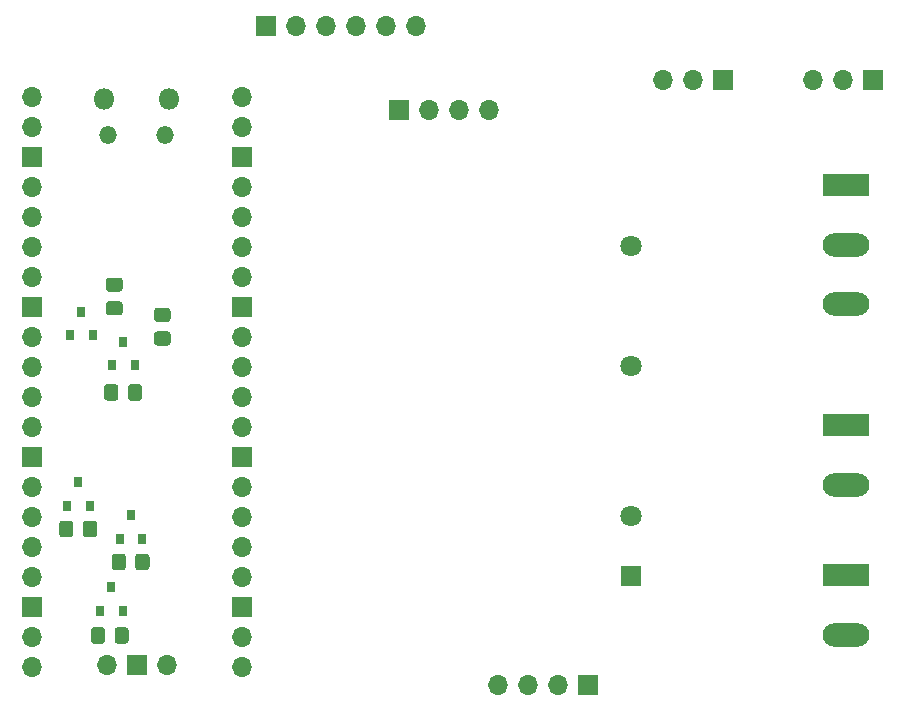
<source format=gbr>
%TF.GenerationSoftware,KiCad,Pcbnew,(5.1.9)-1*%
%TF.CreationDate,2022-01-22T22:11:56-08:00*%
%TF.ProjectId,keurig-filler,6b657572-6967-42d6-9669-6c6c65722e6b,rev?*%
%TF.SameCoordinates,Original*%
%TF.FileFunction,Soldermask,Bot*%
%TF.FilePolarity,Negative*%
%FSLAX46Y46*%
G04 Gerber Fmt 4.6, Leading zero omitted, Abs format (unit mm)*
G04 Created by KiCad (PCBNEW (5.1.9)-1) date 2022-01-22 22:11:56*
%MOMM*%
%LPD*%
G01*
G04 APERTURE LIST*
%ADD10R,0.800000X0.900000*%
%ADD11O,1.700000X1.700000*%
%ADD12R,1.700000X1.700000*%
%ADD13O,1.500000X1.500000*%
%ADD14O,1.800000X1.800000*%
%ADD15O,3.960000X1.980000*%
%ADD16R,3.960000X1.980000*%
%ADD17C,1.800000*%
%ADD18R,1.800000X1.800000*%
G04 APERTURE END LIST*
%TO.C,R13*%
G36*
G01*
X37611000Y-76396001D02*
X37611000Y-75495999D01*
G75*
G02*
X37860999Y-75246000I249999J0D01*
G01*
X38561001Y-75246000D01*
G75*
G02*
X38811000Y-75495999I0J-249999D01*
G01*
X38811000Y-76396001D01*
G75*
G02*
X38561001Y-76646000I-249999J0D01*
G01*
X37860999Y-76646000D01*
G75*
G02*
X37611000Y-76396001I0J249999D01*
G01*
G37*
G36*
G01*
X35611000Y-76396001D02*
X35611000Y-75495999D01*
G75*
G02*
X35860999Y-75246000I249999J0D01*
G01*
X36561001Y-75246000D01*
G75*
G02*
X36811000Y-75495999I0J-249999D01*
G01*
X36811000Y-76396001D01*
G75*
G02*
X36561001Y-76646000I-249999J0D01*
G01*
X35860999Y-76646000D01*
G75*
G02*
X35611000Y-76396001I0J249999D01*
G01*
G37*
%TD*%
%TO.C,R11*%
G36*
G01*
X39373000Y-70173001D02*
X39373000Y-69272999D01*
G75*
G02*
X39622999Y-69023000I249999J0D01*
G01*
X40323001Y-69023000D01*
G75*
G02*
X40573000Y-69272999I0J-249999D01*
G01*
X40573000Y-70173001D01*
G75*
G02*
X40323001Y-70423000I-249999J0D01*
G01*
X39622999Y-70423000D01*
G75*
G02*
X39373000Y-70173001I0J249999D01*
G01*
G37*
G36*
G01*
X37373000Y-70173001D02*
X37373000Y-69272999D01*
G75*
G02*
X37622999Y-69023000I249999J0D01*
G01*
X38323001Y-69023000D01*
G75*
G02*
X38573000Y-69272999I0J-249999D01*
G01*
X38573000Y-70173001D01*
G75*
G02*
X38323001Y-70423000I-249999J0D01*
G01*
X37622999Y-70423000D01*
G75*
G02*
X37373000Y-70173001I0J249999D01*
G01*
G37*
%TD*%
%TO.C,R9*%
G36*
G01*
X34928000Y-67379001D02*
X34928000Y-66478999D01*
G75*
G02*
X35177999Y-66229000I249999J0D01*
G01*
X35878001Y-66229000D01*
G75*
G02*
X36128000Y-66478999I0J-249999D01*
G01*
X36128000Y-67379001D01*
G75*
G02*
X35878001Y-67629000I-249999J0D01*
G01*
X35177999Y-67629000D01*
G75*
G02*
X34928000Y-67379001I0J249999D01*
G01*
G37*
G36*
G01*
X32928000Y-67379001D02*
X32928000Y-66478999D01*
G75*
G02*
X33177999Y-66229000I249999J0D01*
G01*
X33878001Y-66229000D01*
G75*
G02*
X34128000Y-66478999I0J-249999D01*
G01*
X34128000Y-67379001D01*
G75*
G02*
X33878001Y-67629000I-249999J0D01*
G01*
X33177999Y-67629000D01*
G75*
G02*
X32928000Y-67379001I0J249999D01*
G01*
G37*
%TD*%
D10*
%TO.C,Q6*%
X37338000Y-71882000D03*
X36388000Y-73882000D03*
X38288000Y-73882000D03*
%TD*%
%TO.C,Q5*%
X38989000Y-65786000D03*
X38039000Y-67786000D03*
X39939000Y-67786000D03*
%TD*%
%TO.C,Q4*%
X34544000Y-62992000D03*
X33594000Y-64992000D03*
X35494000Y-64992000D03*
%TD*%
D11*
%TO.C,J8*%
X63119000Y-24384000D03*
X60579000Y-24384000D03*
X58039000Y-24384000D03*
X55499000Y-24384000D03*
X52959000Y-24384000D03*
D12*
X50419000Y-24384000D03*
%TD*%
%TO.C,R4*%
G36*
G01*
X38738000Y-55822001D02*
X38738000Y-54921999D01*
G75*
G02*
X38987999Y-54672000I249999J0D01*
G01*
X39688001Y-54672000D01*
G75*
G02*
X39938000Y-54921999I0J-249999D01*
G01*
X39938000Y-55822001D01*
G75*
G02*
X39688001Y-56072000I-249999J0D01*
G01*
X38987999Y-56072000D01*
G75*
G02*
X38738000Y-55822001I0J249999D01*
G01*
G37*
G36*
G01*
X36738000Y-55822001D02*
X36738000Y-54921999D01*
G75*
G02*
X36987999Y-54672000I249999J0D01*
G01*
X37688001Y-54672000D01*
G75*
G02*
X37938000Y-54921999I0J-249999D01*
G01*
X37938000Y-55822001D01*
G75*
G02*
X37688001Y-56072000I-249999J0D01*
G01*
X36987999Y-56072000D01*
G75*
G02*
X36738000Y-55822001I0J249999D01*
G01*
G37*
%TD*%
%TO.C,R3*%
G36*
G01*
X38042001Y-46844000D02*
X37141999Y-46844000D01*
G75*
G02*
X36892000Y-46594001I0J249999D01*
G01*
X36892000Y-45893999D01*
G75*
G02*
X37141999Y-45644000I249999J0D01*
G01*
X38042001Y-45644000D01*
G75*
G02*
X38292000Y-45893999I0J-249999D01*
G01*
X38292000Y-46594001D01*
G75*
G02*
X38042001Y-46844000I-249999J0D01*
G01*
G37*
G36*
G01*
X38042001Y-48844000D02*
X37141999Y-48844000D01*
G75*
G02*
X36892000Y-48594001I0J249999D01*
G01*
X36892000Y-47893999D01*
G75*
G02*
X37141999Y-47644000I249999J0D01*
G01*
X38042001Y-47644000D01*
G75*
G02*
X38292000Y-47893999I0J-249999D01*
G01*
X38292000Y-48594001D01*
G75*
G02*
X38042001Y-48844000I-249999J0D01*
G01*
G37*
%TD*%
%TO.C,R2*%
G36*
G01*
X42106001Y-49400000D02*
X41205999Y-49400000D01*
G75*
G02*
X40956000Y-49150001I0J249999D01*
G01*
X40956000Y-48449999D01*
G75*
G02*
X41205999Y-48200000I249999J0D01*
G01*
X42106001Y-48200000D01*
G75*
G02*
X42356000Y-48449999I0J-249999D01*
G01*
X42356000Y-49150001D01*
G75*
G02*
X42106001Y-49400000I-249999J0D01*
G01*
G37*
G36*
G01*
X42106001Y-51400000D02*
X41205999Y-51400000D01*
G75*
G02*
X40956000Y-51150001I0J249999D01*
G01*
X40956000Y-50449999D01*
G75*
G02*
X41205999Y-50200000I249999J0D01*
G01*
X42106001Y-50200000D01*
G75*
G02*
X42356000Y-50449999I0J-249999D01*
G01*
X42356000Y-51150001D01*
G75*
G02*
X42106001Y-51400000I-249999J0D01*
G01*
G37*
%TD*%
D10*
%TO.C,Q3*%
X34798000Y-48530000D03*
X33848000Y-50530000D03*
X35748000Y-50530000D03*
%TD*%
%TO.C,Q2*%
X38354000Y-51070000D03*
X37404000Y-53070000D03*
X39304000Y-53070000D03*
%TD*%
D11*
%TO.C,J7*%
X70104000Y-80137000D03*
X72644000Y-80137000D03*
X75184000Y-80137000D03*
D12*
X77724000Y-80137000D03*
%TD*%
D11*
%TO.C,U1*%
X42020000Y-78408001D03*
D12*
X39480000Y-78408001D03*
D11*
X36940000Y-78408001D03*
D13*
X41905000Y-33538001D03*
X37055000Y-33538001D03*
D14*
X42205000Y-30508001D03*
X36755000Y-30508001D03*
D11*
X48370000Y-30378001D03*
X48370000Y-32918001D03*
D12*
X48370000Y-35458001D03*
D11*
X48370000Y-37998001D03*
X48370000Y-40538001D03*
X48370000Y-43078001D03*
X48370000Y-45618001D03*
D12*
X48370000Y-48158001D03*
D11*
X48370000Y-50698001D03*
X48370000Y-53238001D03*
X48370000Y-55778001D03*
X48370000Y-58318001D03*
D12*
X48370000Y-60858001D03*
D11*
X48370000Y-63398001D03*
X48370000Y-65938001D03*
X48370000Y-68478001D03*
X48370000Y-71018001D03*
D12*
X48370000Y-73558001D03*
D11*
X48370000Y-76098001D03*
X48370000Y-78638001D03*
X30590000Y-78638001D03*
X30590000Y-76098001D03*
D12*
X30590000Y-73558001D03*
D11*
X30590000Y-71018001D03*
X30590000Y-68478001D03*
X30590000Y-65938001D03*
X30590000Y-63398001D03*
D12*
X30590000Y-60858001D03*
D11*
X30590000Y-58318001D03*
X30590000Y-55778001D03*
X30590000Y-53238001D03*
X30590000Y-50698001D03*
D12*
X30590000Y-48158001D03*
D11*
X30590000Y-45618001D03*
X30590000Y-43078001D03*
X30590000Y-40538001D03*
X30590000Y-37998001D03*
D12*
X30590000Y-35458001D03*
D11*
X30590000Y-32918001D03*
X30590000Y-30378001D03*
%TD*%
D15*
%TO.C,J6*%
X99568000Y-75866000D03*
D16*
X99568000Y-70866000D03*
%TD*%
D15*
%TO.C,J4*%
X99568000Y-63166000D03*
D16*
X99568000Y-58166000D03*
%TD*%
D15*
%TO.C,J3*%
X99568000Y-47846000D03*
X99568000Y-42846000D03*
D16*
X99568000Y-37846000D03*
%TD*%
D17*
%TO.C,K1*%
X81371000Y-42996000D03*
X81371000Y-53156000D03*
X81371000Y-65856000D03*
D18*
X81371000Y-70936000D03*
%TD*%
D11*
%TO.C,J5*%
X69342000Y-31496000D03*
X66802000Y-31496000D03*
X64262000Y-31496000D03*
D12*
X61722000Y-31496000D03*
%TD*%
D11*
%TO.C,J2*%
X84074000Y-28956000D03*
X86614000Y-28956000D03*
D12*
X89154000Y-28956000D03*
%TD*%
D11*
%TO.C,J1*%
X96774000Y-28956000D03*
X99314000Y-28956000D03*
D12*
X101854000Y-28956000D03*
%TD*%
M02*

</source>
